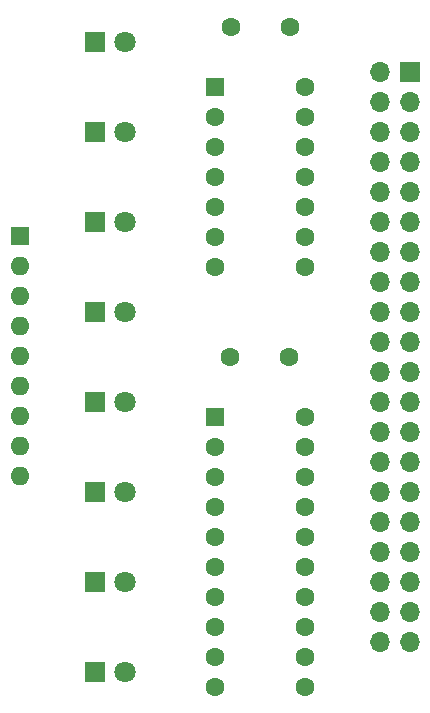
<source format=gbr>
%TF.GenerationSoftware,KiCad,Pcbnew,9.0.0*%
%TF.CreationDate,2025-05-01T21:38:04+02:00*%
%TF.ProjectId,tinyboard-blinkenlight,74696e79-626f-4617-9264-2d626c696e6b,rev?*%
%TF.SameCoordinates,Original*%
%TF.FileFunction,Soldermask,Top*%
%TF.FilePolarity,Negative*%
%FSLAX46Y46*%
G04 Gerber Fmt 4.6, Leading zero omitted, Abs format (unit mm)*
G04 Created by KiCad (PCBNEW 9.0.0) date 2025-05-01 21:38:04*
%MOMM*%
%LPD*%
G01*
G04 APERTURE LIST*
G04 Aperture macros list*
%AMRoundRect*
0 Rectangle with rounded corners*
0 $1 Rounding radius*
0 $2 $3 $4 $5 $6 $7 $8 $9 X,Y pos of 4 corners*
0 Add a 4 corners polygon primitive as box body*
4,1,4,$2,$3,$4,$5,$6,$7,$8,$9,$2,$3,0*
0 Add four circle primitives for the rounded corners*
1,1,$1+$1,$2,$3*
1,1,$1+$1,$4,$5*
1,1,$1+$1,$6,$7*
1,1,$1+$1,$8,$9*
0 Add four rect primitives between the rounded corners*
20,1,$1+$1,$2,$3,$4,$5,0*
20,1,$1+$1,$4,$5,$6,$7,0*
20,1,$1+$1,$6,$7,$8,$9,0*
20,1,$1+$1,$8,$9,$2,$3,0*%
G04 Aperture macros list end*
%ADD10RoundRect,0.250000X-0.550000X-0.550000X0.550000X-0.550000X0.550000X0.550000X-0.550000X0.550000X0*%
%ADD11C,1.600000*%
%ADD12R,1.800000X1.800000*%
%ADD13C,1.800000*%
%ADD14R,1.600000X1.600000*%
%ADD15O,1.600000X1.600000*%
%ADD16R,1.700000X1.700000*%
%ADD17O,1.700000X1.700000*%
G04 APERTURE END LIST*
D10*
%TO.C,U2*%
X87630000Y-34290000D03*
D11*
X87630000Y-36830000D03*
X87630000Y-39370000D03*
X87630000Y-41910000D03*
X87630000Y-44450000D03*
X87630000Y-46990000D03*
X87630000Y-49530000D03*
X95250000Y-49530000D03*
X95250000Y-46990000D03*
X95250000Y-44450000D03*
X95250000Y-41910000D03*
X95250000Y-39370000D03*
X95250000Y-36830000D03*
X95250000Y-34290000D03*
%TD*%
%TO.C,C2*%
X93900000Y-57150000D03*
X88900000Y-57150000D03*
%TD*%
D12*
%TO.C,D5*%
X77470000Y-60960000D03*
D13*
X80010000Y-60960000D03*
%TD*%
D12*
%TO.C,D1*%
X77470000Y-30480000D03*
D13*
X80010000Y-30480000D03*
%TD*%
D12*
%TO.C,D7*%
X77470000Y-76200000D03*
D13*
X80010000Y-76200000D03*
%TD*%
D12*
%TO.C,D6*%
X77470000Y-68580000D03*
D13*
X80010000Y-68580000D03*
%TD*%
D14*
%TO.C,RN1*%
X71120000Y-46975000D03*
D15*
X71120000Y-49515000D03*
X71120000Y-52055000D03*
X71120000Y-54595000D03*
X71120000Y-57135000D03*
X71120000Y-59675000D03*
X71120000Y-62215000D03*
X71120000Y-64755000D03*
X71120000Y-67295000D03*
%TD*%
D12*
%TO.C,D8*%
X77470000Y-83820000D03*
D13*
X80010000Y-83820000D03*
%TD*%
D12*
%TO.C,D3*%
X77470000Y-45720000D03*
D13*
X80010000Y-45720000D03*
%TD*%
D10*
%TO.C,U1*%
X87630000Y-62230000D03*
D11*
X87630000Y-64770000D03*
X87630000Y-67310000D03*
X87630000Y-69850000D03*
X87630000Y-72390000D03*
X87630000Y-74930000D03*
X87630000Y-77470000D03*
X87630000Y-80010000D03*
X87630000Y-82550000D03*
X87630000Y-85090000D03*
X95250000Y-85090000D03*
X95250000Y-82550000D03*
X95250000Y-80010000D03*
X95250000Y-77470000D03*
X95250000Y-74930000D03*
X95250000Y-72390000D03*
X95250000Y-69850000D03*
X95250000Y-67310000D03*
X95250000Y-64770000D03*
X95250000Y-62230000D03*
%TD*%
D12*
%TO.C,D4*%
X77470000Y-53340000D03*
D13*
X80010000Y-53340000D03*
%TD*%
D11*
%TO.C,C1*%
X93980000Y-29210000D03*
X88980000Y-29210000D03*
%TD*%
D12*
%TO.C,D2*%
X77470000Y-38100000D03*
D13*
X80010000Y-38100000D03*
%TD*%
D16*
%TO.C,J2*%
X104140000Y-33020000D03*
D17*
X101600000Y-33020000D03*
X104140000Y-35560000D03*
X101600000Y-35560000D03*
X104140000Y-38100000D03*
X101600000Y-38100000D03*
X104140000Y-40640000D03*
X101600000Y-40640000D03*
X104140000Y-43180000D03*
X101600000Y-43180000D03*
X104140000Y-45720000D03*
X101600000Y-45720000D03*
X104140000Y-48260000D03*
X101600000Y-48260000D03*
X104140000Y-50800000D03*
X101600000Y-50800000D03*
X104140000Y-53340000D03*
X101600000Y-53340000D03*
X104140000Y-55880000D03*
X101600000Y-55880000D03*
X104140000Y-58420000D03*
X101600000Y-58420000D03*
X104140000Y-60960000D03*
X101600000Y-60960000D03*
X104140000Y-63500000D03*
X101600000Y-63500000D03*
X104140000Y-66040000D03*
X101600000Y-66040000D03*
X104140000Y-68580000D03*
X101600000Y-68580000D03*
X104140000Y-71120000D03*
X101600000Y-71120000D03*
X104140000Y-73660000D03*
X101600000Y-73660000D03*
X104140000Y-76200000D03*
X101600000Y-76200000D03*
X104140000Y-78740000D03*
X101600000Y-78740000D03*
X104140000Y-81280000D03*
X101600000Y-81280000D03*
%TD*%
M02*

</source>
